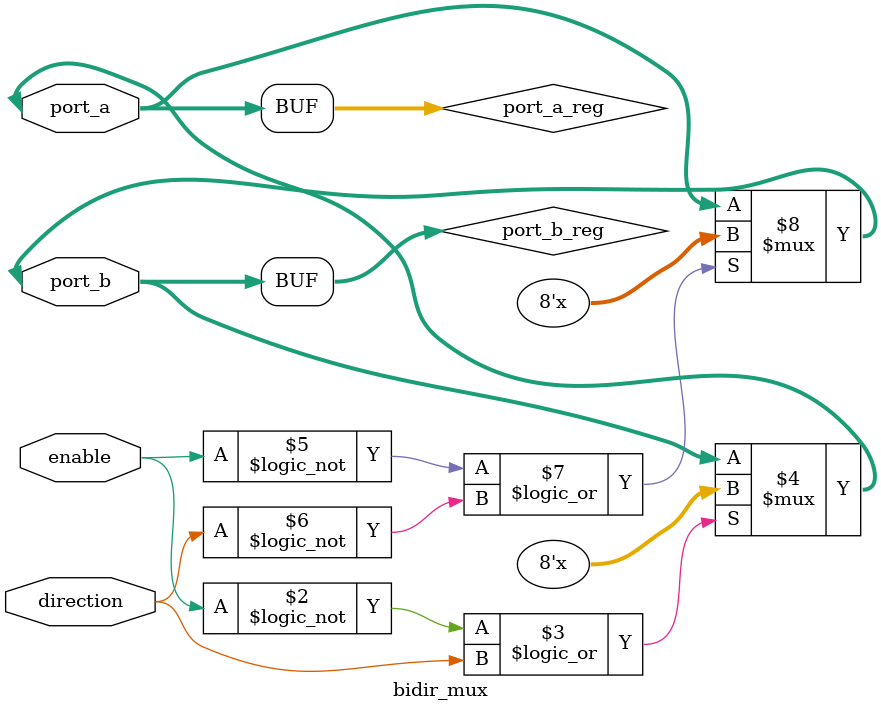
<source format=sv>
module karatsuba_multiplier #(
    parameter WIDTH = 8
) (
    input [WIDTH-1:0] a,
    input [WIDTH-1:0] b,
    output [2*WIDTH-1:0] result
);

    generate
        if (WIDTH == 1) begin
            assign result = a * b;
        end
        else begin
            localparam HALF_WIDTH = WIDTH/2;
            wire [HALF_WIDTH-1:0] a_high = a[WIDTH-1:HALF_WIDTH];
            wire [HALF_WIDTH-1:0] a_low = a[HALF_WIDTH-1:0];
            wire [HALF_WIDTH-1:0] b_high = b[WIDTH-1:HALF_WIDTH];
            wire [HALF_WIDTH-1:0] b_low = b[HALF_WIDTH-1:0];
            
            wire [2*HALF_WIDTH-1:0] z0, z1, z2;
            wire [HALF_WIDTH-1:0] a_sum = a_high + a_low;
            wire [HALF_WIDTH-1:0] b_sum = b_high + b_low;
            
            karatsuba_multiplier #(HALF_WIDTH) mult_z0 (
                .a(a_low),
                .b(b_low),
                .result(z0)
            );
            
            karatsuba_multiplier #(HALF_WIDTH) mult_z1 (
                .a(a_sum),
                .b(b_sum),
                .result(z1)
            );
            
            karatsuba_multiplier #(HALF_WIDTH) mult_z2 (
                .a(a_high),
                .b(b_high),
                .result(z2)
            );
            
            wire [2*WIDTH-1:0] z0_shifted = z0;
            wire [2*WIDTH-1:0] z1_shifted = z1 << HALF_WIDTH;
            wire [2*WIDTH-1:0] z2_shifted = z2 << WIDTH;
            
            assign result = z2_shifted + (z1_shifted - z0_shifted - z2_shifted) + z0_shifted;
        end
    endgenerate
endmodule

module bidir_mux(
    inout [7:0] port_a, port_b,
    input direction,
    input enable
);
    reg [7:0] port_a_reg, port_b_reg;
    wire [15:0] mult_result;
    
    karatsuba_multiplier #(8) multiplier (
        .a(port_a),
        .b(port_b),
        .result(mult_result)
    );
    
    always @(*) begin
        port_a_reg = (!enable || direction) ? 8'bz : port_b;
        port_b_reg = (!enable || !direction) ? 8'bz : port_a;
    end
    
    assign port_a = port_a_reg;
    assign port_b = port_b_reg;
endmodule
</source>
